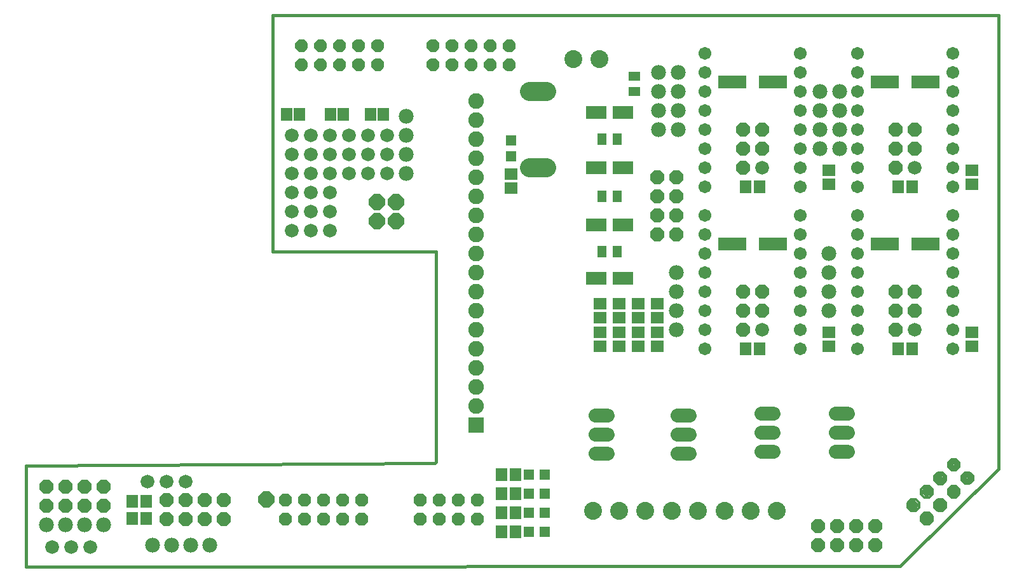
<source format=gts>
G75*
%MOIN*%
%OFA0B0*%
%FSLAX25Y25*%
%IPPOS*%
%LPD*%
%AMOC8*
5,1,8,0,0,1.08239X$1,22.5*
%
%ADD10C,0.01600*%
%ADD11C,0.01200*%
%ADD12OC8,0.06743*%
%ADD13R,0.08200X0.08200*%
%ADD14C,0.08200*%
%ADD15C,0.06743*%
%ADD16C,0.07800*%
%ADD17C,0.07200*%
%ADD18OC8,0.07200*%
%ADD19C,0.09400*%
%ADD20R,0.14580X0.07099*%
%ADD21R,0.05918X0.07099*%
%ADD22R,0.07099X0.05918*%
%ADD23C,0.07200*%
%ADD24R,0.05524X0.05524*%
%ADD25R,0.11036X0.07099*%
%ADD26R,0.05131X0.06312*%
%ADD27R,0.06312X0.05131*%
%ADD28OC8,0.07400*%
%ADD29R,0.05918X0.06706*%
%ADD30C,0.01349*%
%ADD31C,0.09855*%
%ADD32OC8,0.08400*%
%ADD33C,0.01480*%
D10*
X0002800Y0040700D02*
X0461300Y0041000D01*
X0464300Y0044000D01*
X0512800Y0092000D01*
X0512800Y0330000D01*
X0218800Y0330000D01*
X0218700Y0330000D02*
X0132300Y0330000D01*
X0132300Y0206000D01*
X0217900Y0206000D01*
X0217900Y0095600D01*
X0217200Y0094800D02*
X0002800Y0093500D01*
X0002800Y0040700D01*
D11*
X0217300Y0095000D02*
X0218300Y0096000D01*
D12*
X0219425Y0075625D03*
X0229425Y0075625D03*
X0239425Y0075625D03*
X0239425Y0065625D03*
X0229425Y0065625D03*
X0219425Y0065625D03*
X0209425Y0065625D03*
X0209425Y0075625D03*
X0178800Y0075625D03*
X0168800Y0075625D03*
X0158800Y0075625D03*
X0148800Y0075625D03*
X0138800Y0075625D03*
X0138800Y0065625D03*
X0148800Y0065625D03*
X0158800Y0065625D03*
X0168800Y0065625D03*
X0178800Y0065625D03*
D13*
X0238800Y0115000D03*
D14*
X0238800Y0125000D03*
X0238800Y0135000D03*
X0238800Y0145000D03*
X0238800Y0155000D03*
X0238800Y0165000D03*
X0238800Y0175000D03*
X0238800Y0185000D03*
X0238800Y0195000D03*
X0238800Y0205000D03*
X0238800Y0215000D03*
X0238800Y0225000D03*
X0238800Y0235000D03*
X0238800Y0245000D03*
X0238800Y0255000D03*
X0238800Y0265000D03*
X0238800Y0275000D03*
X0238800Y0285000D03*
D15*
X0358800Y0280000D03*
X0358800Y0270000D03*
X0358800Y0260000D03*
X0358800Y0250000D03*
X0358800Y0240000D03*
X0358800Y0225000D03*
X0358800Y0215000D03*
X0358800Y0205000D03*
X0358800Y0195000D03*
X0358800Y0185000D03*
X0358800Y0175000D03*
X0358800Y0165000D03*
X0358800Y0155000D03*
X0408800Y0155000D03*
X0408800Y0165000D03*
X0408800Y0175000D03*
X0408800Y0185000D03*
X0408800Y0195000D03*
X0408800Y0205000D03*
X0408800Y0215000D03*
X0408800Y0225000D03*
X0408800Y0240000D03*
X0408800Y0250000D03*
X0408800Y0260000D03*
X0408800Y0270000D03*
X0408800Y0280000D03*
X0408800Y0290000D03*
X0408800Y0300000D03*
X0408800Y0310000D03*
X0438800Y0310000D03*
X0438800Y0300000D03*
X0438800Y0290000D03*
X0438800Y0280000D03*
X0438800Y0270000D03*
X0438800Y0260000D03*
X0438800Y0250000D03*
X0438800Y0240000D03*
X0438800Y0225000D03*
X0438800Y0215000D03*
X0438800Y0205000D03*
X0438800Y0195000D03*
X0438800Y0185000D03*
X0438800Y0175000D03*
X0438800Y0165000D03*
X0438800Y0155000D03*
X0488800Y0155000D03*
X0488800Y0165000D03*
X0488800Y0175000D03*
X0488800Y0185000D03*
X0488800Y0195000D03*
X0488800Y0205000D03*
X0488800Y0215000D03*
X0488800Y0225000D03*
X0488800Y0240000D03*
X0488800Y0250000D03*
X0488800Y0260000D03*
X0488800Y0270000D03*
X0488800Y0280000D03*
X0488800Y0290000D03*
X0488800Y0300000D03*
X0488800Y0310000D03*
X0358800Y0310000D03*
X0358800Y0300000D03*
X0358800Y0290000D03*
D16*
X0344800Y0290000D03*
X0334700Y0290000D03*
X0334700Y0280000D03*
X0344800Y0280000D03*
X0344800Y0270000D03*
X0334700Y0270000D03*
X0334700Y0300000D03*
X0344800Y0300000D03*
X0419300Y0289800D03*
X0429400Y0289800D03*
X0429400Y0279800D03*
X0419300Y0279800D03*
X0419300Y0269800D03*
X0429400Y0269800D03*
X0429400Y0259800D03*
X0419300Y0259800D03*
X0423800Y0205000D03*
X0423800Y0195000D03*
X0423800Y0185000D03*
X0423800Y0175000D03*
X0343800Y0175000D03*
X0343800Y0165000D03*
X0343800Y0185000D03*
X0343800Y0195000D03*
X0202300Y0247100D03*
X0202300Y0257100D03*
X0202300Y0267100D03*
X0202300Y0277100D03*
X0043550Y0062650D03*
X0033550Y0062650D03*
X0023550Y0062650D03*
X0013550Y0062650D03*
X0069300Y0052000D03*
X0079300Y0052000D03*
X0089300Y0052000D03*
X0099300Y0052000D03*
D17*
X0086700Y0085400D03*
X0076700Y0085400D03*
X0066700Y0085400D03*
X0036700Y0050800D03*
X0026700Y0050800D03*
X0016700Y0050800D03*
X0142100Y0216800D03*
X0152100Y0216800D03*
X0162100Y0216800D03*
X0162100Y0226800D03*
X0152100Y0226800D03*
X0142100Y0226800D03*
X0142100Y0237000D03*
X0152100Y0237000D03*
X0162100Y0237000D03*
X0162100Y0247000D03*
X0152100Y0247000D03*
X0142100Y0247000D03*
X0142100Y0257000D03*
X0152100Y0257000D03*
X0162100Y0257000D03*
X0172100Y0257000D03*
X0182100Y0257000D03*
X0192300Y0257000D03*
X0192300Y0247000D03*
X0182100Y0247000D03*
X0172100Y0247000D03*
X0172100Y0267000D03*
X0182100Y0267000D03*
X0192300Y0267000D03*
X0162100Y0267000D03*
X0152100Y0267000D03*
X0142100Y0267000D03*
X0388800Y0250000D03*
X0468800Y0250000D03*
X0468800Y0165000D03*
X0388800Y0165000D03*
D18*
X0378800Y0165000D03*
X0378800Y0175000D03*
X0388800Y0175000D03*
X0388800Y0185000D03*
X0378800Y0185000D03*
X0458800Y0185000D03*
X0468800Y0185000D03*
X0468800Y0175000D03*
X0458800Y0175000D03*
X0458800Y0165000D03*
X0458800Y0250000D03*
X0458800Y0260000D03*
X0468800Y0260000D03*
X0468800Y0270000D03*
X0458800Y0270000D03*
X0388800Y0270000D03*
X0378800Y0270000D03*
X0378800Y0260000D03*
X0388800Y0260000D03*
X0378800Y0250000D03*
D19*
X0303493Y0307000D03*
X0289713Y0307000D03*
X0300107Y0070000D03*
X0313887Y0070000D03*
X0327707Y0070000D03*
X0341487Y0070000D03*
X0355307Y0070000D03*
X0369087Y0070000D03*
X0382907Y0070000D03*
X0396687Y0070000D03*
D20*
X0394430Y0210000D03*
X0373170Y0210000D03*
X0453170Y0210000D03*
X0474430Y0210000D03*
X0474430Y0295000D03*
X0453170Y0295000D03*
X0394430Y0295000D03*
X0373170Y0295000D03*
D21*
X0380060Y0240000D03*
X0387540Y0240000D03*
X0460060Y0240000D03*
X0467540Y0240000D03*
X0467540Y0155000D03*
X0460060Y0155000D03*
X0387540Y0155000D03*
X0380060Y0155000D03*
X0259540Y0089000D03*
X0252060Y0089000D03*
X0252060Y0079000D03*
X0259540Y0079000D03*
X0259540Y0069000D03*
X0252060Y0069000D03*
X0252060Y0059000D03*
X0259540Y0059000D03*
X0066040Y0066000D03*
X0058560Y0066000D03*
X0058560Y0075000D03*
X0066040Y0075000D03*
D22*
X0303800Y0156260D03*
X0313800Y0156260D03*
X0323800Y0156260D03*
X0333800Y0156260D03*
X0333800Y0163740D03*
X0333800Y0171260D03*
X0333800Y0178740D03*
X0323800Y0178740D03*
X0323800Y0171260D03*
X0323800Y0163740D03*
X0313800Y0163740D03*
X0313800Y0171260D03*
X0313800Y0178740D03*
X0303800Y0178740D03*
X0303800Y0171260D03*
X0303800Y0163740D03*
X0257300Y0239260D03*
X0257300Y0246740D03*
X0423800Y0248740D03*
X0423800Y0241260D03*
X0498800Y0241260D03*
X0498800Y0248740D03*
X0498800Y0163740D03*
X0498800Y0156260D03*
X0423800Y0156260D03*
X0423800Y0163740D03*
D23*
X0427600Y0121000D02*
X0434000Y0121000D01*
X0434000Y0111000D02*
X0427600Y0111000D01*
X0427600Y0101000D02*
X0434000Y0101000D01*
X0395000Y0101000D02*
X0388600Y0101000D01*
X0388600Y0111000D02*
X0395000Y0111000D01*
X0395000Y0121000D02*
X0388600Y0121000D01*
X0351000Y0120000D02*
X0344600Y0120000D01*
X0344600Y0110000D02*
X0351000Y0110000D01*
X0351000Y0100000D02*
X0344600Y0100000D01*
X0308000Y0100000D02*
X0301600Y0100000D01*
X0301600Y0110000D02*
X0308000Y0110000D01*
X0308000Y0120000D02*
X0301600Y0120000D01*
D24*
X0274934Y0089000D03*
X0266666Y0089000D03*
X0266666Y0079000D03*
X0274934Y0079000D03*
X0274934Y0069000D03*
X0266666Y0069000D03*
X0266666Y0059000D03*
X0274934Y0059000D03*
X0257300Y0255866D03*
X0257300Y0264134D03*
D25*
X0301713Y0250000D03*
X0315887Y0250000D03*
X0315887Y0279000D03*
X0301713Y0279000D03*
X0301713Y0220000D03*
X0315887Y0220000D03*
X0315887Y0192000D03*
X0301713Y0192000D03*
D26*
X0304863Y0206000D03*
X0312737Y0206000D03*
X0312737Y0235000D03*
X0304863Y0235000D03*
X0304863Y0265000D03*
X0312737Y0265000D03*
D27*
X0321800Y0290063D03*
X0321800Y0297937D03*
D28*
X0333800Y0245000D03*
X0343800Y0245000D03*
X0343800Y0235000D03*
X0333800Y0235000D03*
X0333800Y0225000D03*
X0343800Y0225000D03*
X0343800Y0215000D03*
X0333800Y0215000D03*
X0106400Y0075500D03*
X0096400Y0075500D03*
X0086400Y0075500D03*
X0076400Y0075500D03*
X0076400Y0065500D03*
X0086400Y0065500D03*
X0096400Y0065500D03*
X0106400Y0065500D03*
X0043600Y0072700D03*
X0033600Y0072700D03*
X0023600Y0072700D03*
X0013600Y0072700D03*
X0013600Y0082700D03*
X0023600Y0082700D03*
X0033600Y0082700D03*
X0043600Y0082700D03*
X0418300Y0062000D03*
X0428300Y0062000D03*
X0438300Y0062000D03*
X0448300Y0062000D03*
X0448300Y0052000D03*
X0438300Y0052000D03*
X0428300Y0052000D03*
X0418300Y0052000D03*
D29*
X0190246Y0278000D03*
X0183554Y0278000D03*
X0169246Y0278000D03*
X0162554Y0278000D03*
X0146246Y0278000D03*
X0139554Y0278000D03*
D30*
X0149332Y0303537D02*
X0150007Y0302862D01*
X0148430Y0301279D01*
X0146197Y0301276D01*
X0144614Y0302853D01*
X0144611Y0305086D01*
X0146188Y0306669D01*
X0148421Y0306672D01*
X0150004Y0305095D01*
X0150007Y0302862D01*
X0148996Y0303279D01*
X0148009Y0302290D01*
X0146614Y0302287D01*
X0145625Y0303274D01*
X0145622Y0304669D01*
X0146609Y0305658D01*
X0148004Y0305661D01*
X0148993Y0304674D01*
X0148996Y0303279D01*
X0147983Y0303697D01*
X0147589Y0303301D01*
X0147032Y0303300D01*
X0146636Y0303694D01*
X0146635Y0304251D01*
X0147029Y0304647D01*
X0147586Y0304648D01*
X0147982Y0304254D01*
X0147983Y0303697D01*
X0159332Y0303554D02*
X0160007Y0302879D01*
X0158430Y0301296D01*
X0156197Y0301293D01*
X0154614Y0302870D01*
X0154611Y0305103D01*
X0156188Y0306686D01*
X0158421Y0306689D01*
X0160004Y0305112D01*
X0160007Y0302879D01*
X0158996Y0303296D01*
X0158009Y0302307D01*
X0156614Y0302304D01*
X0155625Y0303291D01*
X0155622Y0304686D01*
X0156609Y0305675D01*
X0158004Y0305678D01*
X0158993Y0304691D01*
X0158996Y0303296D01*
X0157983Y0303714D01*
X0157589Y0303318D01*
X0157032Y0303317D01*
X0156636Y0303711D01*
X0156635Y0304268D01*
X0157029Y0304664D01*
X0157586Y0304665D01*
X0157982Y0304271D01*
X0157983Y0303714D01*
X0169332Y0303572D02*
X0170007Y0302897D01*
X0168430Y0301314D01*
X0166197Y0301311D01*
X0164614Y0302888D01*
X0164611Y0305121D01*
X0166188Y0306704D01*
X0168421Y0306707D01*
X0170004Y0305130D01*
X0170007Y0302897D01*
X0168996Y0303314D01*
X0168009Y0302325D01*
X0166614Y0302322D01*
X0165625Y0303309D01*
X0165622Y0304704D01*
X0166609Y0305693D01*
X0168004Y0305696D01*
X0168993Y0304709D01*
X0168996Y0303314D01*
X0167983Y0303732D01*
X0167589Y0303336D01*
X0167032Y0303335D01*
X0166636Y0303729D01*
X0166635Y0304286D01*
X0167029Y0304682D01*
X0167586Y0304683D01*
X0167982Y0304289D01*
X0167983Y0303732D01*
X0179332Y0303589D02*
X0180007Y0302914D01*
X0178430Y0301331D01*
X0176197Y0301328D01*
X0174614Y0302905D01*
X0174611Y0305138D01*
X0176188Y0306721D01*
X0178421Y0306724D01*
X0180004Y0305147D01*
X0180007Y0302914D01*
X0178996Y0303331D01*
X0178009Y0302342D01*
X0176614Y0302339D01*
X0175625Y0303326D01*
X0175622Y0304721D01*
X0176609Y0305710D01*
X0178004Y0305713D01*
X0178993Y0304726D01*
X0178996Y0303331D01*
X0177983Y0303749D01*
X0177589Y0303353D01*
X0177032Y0303352D01*
X0176636Y0303746D01*
X0176635Y0304303D01*
X0177029Y0304699D01*
X0177586Y0304700D01*
X0177982Y0304306D01*
X0177983Y0303749D01*
X0189332Y0303607D02*
X0190007Y0302932D01*
X0188430Y0301349D01*
X0186197Y0301346D01*
X0184614Y0302923D01*
X0184611Y0305156D01*
X0186188Y0306739D01*
X0188421Y0306742D01*
X0190004Y0305165D01*
X0190007Y0302932D01*
X0188996Y0303349D01*
X0188009Y0302360D01*
X0186614Y0302357D01*
X0185625Y0303344D01*
X0185622Y0304739D01*
X0186609Y0305728D01*
X0188004Y0305731D01*
X0188993Y0304744D01*
X0188996Y0303349D01*
X0187983Y0303767D01*
X0187589Y0303371D01*
X0187032Y0303370D01*
X0186636Y0303764D01*
X0186635Y0304321D01*
X0187029Y0304717D01*
X0187586Y0304718D01*
X0187982Y0304324D01*
X0187983Y0303767D01*
X0189314Y0313607D02*
X0189989Y0312932D01*
X0188412Y0311349D01*
X0186179Y0311346D01*
X0184596Y0312923D01*
X0184593Y0315156D01*
X0186170Y0316739D01*
X0188403Y0316742D01*
X0189986Y0315165D01*
X0189989Y0312932D01*
X0188978Y0313349D01*
X0187991Y0312360D01*
X0186596Y0312357D01*
X0185607Y0313344D01*
X0185604Y0314739D01*
X0186591Y0315728D01*
X0187986Y0315731D01*
X0188975Y0314744D01*
X0188978Y0313349D01*
X0187965Y0313767D01*
X0187571Y0313371D01*
X0187014Y0313370D01*
X0186618Y0313764D01*
X0186617Y0314321D01*
X0187011Y0314717D01*
X0187568Y0314718D01*
X0187964Y0314324D01*
X0187965Y0313767D01*
X0179314Y0313589D02*
X0179989Y0312914D01*
X0178412Y0311331D01*
X0176179Y0311328D01*
X0174596Y0312905D01*
X0174593Y0315138D01*
X0176170Y0316721D01*
X0178403Y0316724D01*
X0179986Y0315147D01*
X0179989Y0312914D01*
X0178978Y0313331D01*
X0177991Y0312342D01*
X0176596Y0312339D01*
X0175607Y0313326D01*
X0175604Y0314721D01*
X0176591Y0315710D01*
X0177986Y0315713D01*
X0178975Y0314726D01*
X0178978Y0313331D01*
X0177965Y0313749D01*
X0177571Y0313353D01*
X0177014Y0313352D01*
X0176618Y0313746D01*
X0176617Y0314303D01*
X0177011Y0314699D01*
X0177568Y0314700D01*
X0177964Y0314306D01*
X0177965Y0313749D01*
X0169314Y0313572D02*
X0169989Y0312897D01*
X0168412Y0311314D01*
X0166179Y0311311D01*
X0164596Y0312888D01*
X0164593Y0315121D01*
X0166170Y0316704D01*
X0168403Y0316707D01*
X0169986Y0315130D01*
X0169989Y0312897D01*
X0168978Y0313314D01*
X0167991Y0312325D01*
X0166596Y0312322D01*
X0165607Y0313309D01*
X0165604Y0314704D01*
X0166591Y0315693D01*
X0167986Y0315696D01*
X0168975Y0314709D01*
X0168978Y0313314D01*
X0167965Y0313732D01*
X0167571Y0313336D01*
X0167014Y0313335D01*
X0166618Y0313729D01*
X0166617Y0314286D01*
X0167011Y0314682D01*
X0167568Y0314683D01*
X0167964Y0314289D01*
X0167965Y0313732D01*
X0159314Y0313554D02*
X0159989Y0312879D01*
X0158412Y0311296D01*
X0156179Y0311293D01*
X0154596Y0312870D01*
X0154593Y0315103D01*
X0156170Y0316686D01*
X0158403Y0316689D01*
X0159986Y0315112D01*
X0159989Y0312879D01*
X0158978Y0313296D01*
X0157991Y0312307D01*
X0156596Y0312304D01*
X0155607Y0313291D01*
X0155604Y0314686D01*
X0156591Y0315675D01*
X0157986Y0315678D01*
X0158975Y0314691D01*
X0158978Y0313296D01*
X0157965Y0313714D01*
X0157571Y0313318D01*
X0157014Y0313317D01*
X0156618Y0313711D01*
X0156617Y0314268D01*
X0157011Y0314664D01*
X0157568Y0314665D01*
X0157964Y0314271D01*
X0157965Y0313714D01*
X0149314Y0313537D02*
X0149989Y0312862D01*
X0148412Y0311279D01*
X0146179Y0311276D01*
X0144596Y0312853D01*
X0144593Y0315086D01*
X0146170Y0316669D01*
X0148403Y0316672D01*
X0149986Y0315095D01*
X0149989Y0312862D01*
X0148978Y0313279D01*
X0147991Y0312290D01*
X0146596Y0312287D01*
X0145607Y0313274D01*
X0145604Y0314669D01*
X0146591Y0315658D01*
X0147986Y0315661D01*
X0148975Y0314674D01*
X0148978Y0313279D01*
X0147965Y0313697D01*
X0147571Y0313301D01*
X0147014Y0313300D01*
X0146618Y0313694D01*
X0146617Y0314251D01*
X0147011Y0314647D01*
X0147568Y0314648D01*
X0147964Y0314254D01*
X0147965Y0313697D01*
X0218342Y0313622D02*
X0219017Y0312947D01*
X0217428Y0311376D01*
X0215195Y0311387D01*
X0213624Y0312976D01*
X0213635Y0315209D01*
X0215224Y0316780D01*
X0217457Y0316769D01*
X0219028Y0315180D01*
X0219017Y0312947D01*
X0218008Y0313372D01*
X0217015Y0312389D01*
X0215620Y0312396D01*
X0214637Y0313389D01*
X0214644Y0314784D01*
X0215637Y0315767D01*
X0217032Y0315760D01*
X0218015Y0314767D01*
X0218008Y0313372D01*
X0216998Y0313796D01*
X0216601Y0313403D01*
X0216044Y0313406D01*
X0215651Y0313803D01*
X0215654Y0314360D01*
X0216051Y0314753D01*
X0216608Y0314750D01*
X0217001Y0314353D01*
X0216998Y0313796D01*
X0228342Y0313570D02*
X0229017Y0312895D01*
X0227428Y0311324D01*
X0225195Y0311335D01*
X0223624Y0312924D01*
X0223635Y0315157D01*
X0225224Y0316728D01*
X0227457Y0316717D01*
X0229028Y0315128D01*
X0229017Y0312895D01*
X0228008Y0313320D01*
X0227015Y0312337D01*
X0225620Y0312344D01*
X0224637Y0313337D01*
X0224644Y0314732D01*
X0225637Y0315715D01*
X0227032Y0315708D01*
X0228015Y0314715D01*
X0228008Y0313320D01*
X0226998Y0313744D01*
X0226601Y0313351D01*
X0226044Y0313354D01*
X0225651Y0313751D01*
X0225654Y0314308D01*
X0226051Y0314701D01*
X0226608Y0314698D01*
X0227001Y0314301D01*
X0226998Y0313744D01*
X0238342Y0313518D02*
X0239017Y0312843D01*
X0237428Y0311272D01*
X0235195Y0311283D01*
X0233624Y0312872D01*
X0233635Y0315105D01*
X0235224Y0316676D01*
X0237457Y0316665D01*
X0239028Y0315076D01*
X0239017Y0312843D01*
X0238008Y0313268D01*
X0237015Y0312285D01*
X0235620Y0312292D01*
X0234637Y0313285D01*
X0234644Y0314680D01*
X0235637Y0315663D01*
X0237032Y0315656D01*
X0238015Y0314663D01*
X0238008Y0313268D01*
X0236998Y0313692D01*
X0236601Y0313299D01*
X0236044Y0313302D01*
X0235651Y0313699D01*
X0235654Y0314256D01*
X0236051Y0314649D01*
X0236608Y0314646D01*
X0237001Y0314249D01*
X0236998Y0313692D01*
X0248342Y0313465D02*
X0249017Y0312790D01*
X0247428Y0311219D01*
X0245195Y0311230D01*
X0243624Y0312819D01*
X0243635Y0315052D01*
X0245224Y0316623D01*
X0247457Y0316612D01*
X0249028Y0315023D01*
X0249017Y0312790D01*
X0248008Y0313215D01*
X0247015Y0312232D01*
X0245620Y0312239D01*
X0244637Y0313232D01*
X0244644Y0314627D01*
X0245637Y0315610D01*
X0247032Y0315603D01*
X0248015Y0314610D01*
X0248008Y0313215D01*
X0246998Y0313639D01*
X0246601Y0313246D01*
X0246044Y0313249D01*
X0245651Y0313646D01*
X0245654Y0314203D01*
X0246051Y0314596D01*
X0246608Y0314593D01*
X0247001Y0314196D01*
X0246998Y0313639D01*
X0258342Y0313413D02*
X0259017Y0312738D01*
X0257428Y0311167D01*
X0255195Y0311178D01*
X0253624Y0312767D01*
X0253635Y0315000D01*
X0255224Y0316571D01*
X0257457Y0316560D01*
X0259028Y0314971D01*
X0259017Y0312738D01*
X0258008Y0313163D01*
X0257015Y0312180D01*
X0255620Y0312187D01*
X0254637Y0313180D01*
X0254644Y0314575D01*
X0255637Y0315558D01*
X0257032Y0315551D01*
X0258015Y0314558D01*
X0258008Y0313163D01*
X0256998Y0313587D01*
X0256601Y0313194D01*
X0256044Y0313197D01*
X0255651Y0313594D01*
X0255654Y0314151D01*
X0256051Y0314544D01*
X0256608Y0314541D01*
X0257001Y0314144D01*
X0256998Y0313587D01*
X0258289Y0303413D02*
X0258964Y0302738D01*
X0257375Y0301167D01*
X0255142Y0301178D01*
X0253571Y0302767D01*
X0253582Y0305000D01*
X0255171Y0306571D01*
X0257404Y0306560D01*
X0258975Y0304971D01*
X0258964Y0302738D01*
X0257955Y0303163D01*
X0256962Y0302180D01*
X0255567Y0302187D01*
X0254584Y0303180D01*
X0254591Y0304575D01*
X0255584Y0305558D01*
X0256979Y0305551D01*
X0257962Y0304558D01*
X0257955Y0303163D01*
X0256945Y0303587D01*
X0256548Y0303194D01*
X0255991Y0303197D01*
X0255598Y0303594D01*
X0255601Y0304151D01*
X0255998Y0304544D01*
X0256555Y0304541D01*
X0256948Y0304144D01*
X0256945Y0303587D01*
X0248290Y0303466D02*
X0248965Y0302791D01*
X0247376Y0301220D01*
X0245143Y0301231D01*
X0243572Y0302820D01*
X0243583Y0305053D01*
X0245172Y0306624D01*
X0247405Y0306613D01*
X0248976Y0305024D01*
X0248965Y0302791D01*
X0247956Y0303216D01*
X0246963Y0302233D01*
X0245568Y0302240D01*
X0244585Y0303233D01*
X0244592Y0304628D01*
X0245585Y0305611D01*
X0246980Y0305604D01*
X0247963Y0304611D01*
X0247956Y0303216D01*
X0246946Y0303640D01*
X0246549Y0303247D01*
X0245992Y0303250D01*
X0245599Y0303647D01*
X0245602Y0304204D01*
X0245999Y0304597D01*
X0246556Y0304594D01*
X0246949Y0304197D01*
X0246946Y0303640D01*
X0238290Y0303518D02*
X0238965Y0302843D01*
X0237376Y0301272D01*
X0235143Y0301283D01*
X0233572Y0302872D01*
X0233583Y0305105D01*
X0235172Y0306676D01*
X0237405Y0306665D01*
X0238976Y0305076D01*
X0238965Y0302843D01*
X0237956Y0303268D01*
X0236963Y0302285D01*
X0235568Y0302292D01*
X0234585Y0303285D01*
X0234592Y0304680D01*
X0235585Y0305663D01*
X0236980Y0305656D01*
X0237963Y0304663D01*
X0237956Y0303268D01*
X0236946Y0303692D01*
X0236549Y0303299D01*
X0235992Y0303302D01*
X0235599Y0303699D01*
X0235602Y0304256D01*
X0235999Y0304649D01*
X0236556Y0304646D01*
X0236949Y0304249D01*
X0236946Y0303692D01*
X0228290Y0303570D02*
X0228965Y0302895D01*
X0227376Y0301324D01*
X0225143Y0301335D01*
X0223572Y0302924D01*
X0223583Y0305157D01*
X0225172Y0306728D01*
X0227405Y0306717D01*
X0228976Y0305128D01*
X0228965Y0302895D01*
X0227956Y0303320D01*
X0226963Y0302337D01*
X0225568Y0302344D01*
X0224585Y0303337D01*
X0224592Y0304732D01*
X0225585Y0305715D01*
X0226980Y0305708D01*
X0227963Y0304715D01*
X0227956Y0303320D01*
X0226946Y0303744D01*
X0226549Y0303351D01*
X0225992Y0303354D01*
X0225599Y0303751D01*
X0225602Y0304308D01*
X0225999Y0304701D01*
X0226556Y0304698D01*
X0226949Y0304301D01*
X0226946Y0303744D01*
X0218290Y0303623D02*
X0218965Y0302948D01*
X0217376Y0301377D01*
X0215143Y0301388D01*
X0213572Y0302977D01*
X0213583Y0305210D01*
X0215172Y0306781D01*
X0217405Y0306770D01*
X0218976Y0305181D01*
X0218965Y0302948D01*
X0217956Y0303373D01*
X0216963Y0302390D01*
X0215568Y0302397D01*
X0214585Y0303390D01*
X0214592Y0304785D01*
X0215585Y0305768D01*
X0216980Y0305761D01*
X0217963Y0304768D01*
X0217956Y0303373D01*
X0216946Y0303797D01*
X0216549Y0303404D01*
X0215992Y0303407D01*
X0215599Y0303804D01*
X0215602Y0304361D01*
X0215999Y0304754D01*
X0216556Y0304751D01*
X0216949Y0304354D01*
X0216946Y0303797D01*
D31*
X0266772Y0290000D02*
X0275828Y0290000D01*
X0275828Y0250000D02*
X0266772Y0250000D01*
D32*
X0196900Y0232000D03*
X0186900Y0232000D03*
X0186900Y0222000D03*
X0196900Y0222000D03*
X0128900Y0075800D03*
D33*
X0465953Y0072413D02*
X0465213Y0071673D01*
X0465208Y0074124D01*
X0466939Y0075861D01*
X0469390Y0075866D01*
X0471127Y0074135D01*
X0471132Y0071684D01*
X0469401Y0069947D01*
X0466950Y0069942D01*
X0465213Y0071673D01*
X0466322Y0072135D01*
X0466319Y0073667D01*
X0467401Y0074752D01*
X0468933Y0074755D01*
X0470018Y0073673D01*
X0470021Y0072141D01*
X0468939Y0071056D01*
X0467407Y0071053D01*
X0466322Y0072135D01*
X0467431Y0072596D01*
X0467430Y0073209D01*
X0467862Y0073643D01*
X0468475Y0073644D01*
X0468909Y0073212D01*
X0468910Y0072599D01*
X0468478Y0072165D01*
X0467865Y0072164D01*
X0467431Y0072596D01*
X0473037Y0065355D02*
X0472297Y0064615D01*
X0472292Y0067066D01*
X0474023Y0068803D01*
X0476474Y0068808D01*
X0478211Y0067077D01*
X0478216Y0064626D01*
X0476485Y0062889D01*
X0474034Y0062884D01*
X0472297Y0064615D01*
X0473406Y0065077D01*
X0473403Y0066609D01*
X0474485Y0067694D01*
X0476017Y0067697D01*
X0477102Y0066615D01*
X0477105Y0065083D01*
X0476023Y0063998D01*
X0474491Y0063995D01*
X0473406Y0065077D01*
X0474515Y0065538D01*
X0474514Y0066151D01*
X0474946Y0066585D01*
X0475559Y0066586D01*
X0475993Y0066154D01*
X0475994Y0065541D01*
X0475562Y0065107D01*
X0474949Y0065106D01*
X0474515Y0065538D01*
X0480095Y0072438D02*
X0479355Y0071698D01*
X0479350Y0074149D01*
X0481081Y0075886D01*
X0483532Y0075891D01*
X0485269Y0074160D01*
X0485274Y0071709D01*
X0483543Y0069972D01*
X0481092Y0069967D01*
X0479355Y0071698D01*
X0480464Y0072160D01*
X0480461Y0073692D01*
X0481543Y0074777D01*
X0483075Y0074780D01*
X0484160Y0073698D01*
X0484163Y0072166D01*
X0483081Y0071081D01*
X0481549Y0071078D01*
X0480464Y0072160D01*
X0481573Y0072621D01*
X0481572Y0073234D01*
X0482004Y0073668D01*
X0482617Y0073669D01*
X0483051Y0073237D01*
X0483052Y0072624D01*
X0482620Y0072190D01*
X0482007Y0072189D01*
X0481573Y0072621D01*
X0473012Y0079497D02*
X0472272Y0078757D01*
X0472267Y0081208D01*
X0473998Y0082945D01*
X0476449Y0082950D01*
X0478186Y0081219D01*
X0478191Y0078768D01*
X0476460Y0077031D01*
X0474009Y0077026D01*
X0472272Y0078757D01*
X0473381Y0079219D01*
X0473378Y0080751D01*
X0474460Y0081836D01*
X0475992Y0081839D01*
X0477077Y0080757D01*
X0477080Y0079225D01*
X0475998Y0078140D01*
X0474466Y0078137D01*
X0473381Y0079219D01*
X0474490Y0079680D01*
X0474489Y0080293D01*
X0474921Y0080727D01*
X0475534Y0080728D01*
X0475968Y0080296D01*
X0475969Y0079683D01*
X0475537Y0079249D01*
X0474924Y0079248D01*
X0474490Y0079680D01*
X0480071Y0086580D02*
X0479331Y0085840D01*
X0479326Y0088291D01*
X0481057Y0090028D01*
X0483508Y0090033D01*
X0485245Y0088302D01*
X0485250Y0085851D01*
X0483519Y0084114D01*
X0481068Y0084109D01*
X0479331Y0085840D01*
X0480440Y0086302D01*
X0480437Y0087834D01*
X0481519Y0088919D01*
X0483051Y0088922D01*
X0484136Y0087840D01*
X0484139Y0086308D01*
X0483057Y0085223D01*
X0481525Y0085220D01*
X0480440Y0086302D01*
X0481549Y0086763D01*
X0481548Y0087376D01*
X0481980Y0087810D01*
X0482593Y0087811D01*
X0483027Y0087379D01*
X0483028Y0086766D01*
X0482596Y0086332D01*
X0481983Y0086331D01*
X0481549Y0086763D01*
X0487154Y0079521D02*
X0486414Y0078781D01*
X0486409Y0081232D01*
X0488140Y0082969D01*
X0490591Y0082974D01*
X0492328Y0081243D01*
X0492333Y0078792D01*
X0490602Y0077055D01*
X0488151Y0077050D01*
X0486414Y0078781D01*
X0487523Y0079243D01*
X0487520Y0080775D01*
X0488602Y0081860D01*
X0490134Y0081863D01*
X0491219Y0080781D01*
X0491222Y0079249D01*
X0490140Y0078164D01*
X0488608Y0078161D01*
X0487523Y0079243D01*
X0488632Y0079704D01*
X0488631Y0080317D01*
X0489063Y0080751D01*
X0489676Y0080752D01*
X0490110Y0080320D01*
X0490111Y0079707D01*
X0489679Y0079273D01*
X0489066Y0079272D01*
X0488632Y0079704D01*
X0494213Y0086605D02*
X0493473Y0085865D01*
X0493468Y0088316D01*
X0495199Y0090053D01*
X0497650Y0090058D01*
X0499387Y0088327D01*
X0499392Y0085876D01*
X0497661Y0084139D01*
X0495210Y0084134D01*
X0493473Y0085865D01*
X0494582Y0086327D01*
X0494579Y0087859D01*
X0495661Y0088944D01*
X0497193Y0088947D01*
X0498278Y0087865D01*
X0498281Y0086333D01*
X0497199Y0085248D01*
X0495667Y0085245D01*
X0494582Y0086327D01*
X0495691Y0086788D01*
X0495690Y0087401D01*
X0496122Y0087835D01*
X0496735Y0087836D01*
X0497169Y0087404D01*
X0497170Y0086791D01*
X0496738Y0086357D01*
X0496125Y0086356D01*
X0495691Y0086788D01*
X0487129Y0093663D02*
X0486389Y0092923D01*
X0486384Y0095374D01*
X0488115Y0097111D01*
X0490566Y0097116D01*
X0492303Y0095385D01*
X0492308Y0092934D01*
X0490577Y0091197D01*
X0488126Y0091192D01*
X0486389Y0092923D01*
X0487498Y0093385D01*
X0487495Y0094917D01*
X0488577Y0096002D01*
X0490109Y0096005D01*
X0491194Y0094923D01*
X0491197Y0093391D01*
X0490115Y0092306D01*
X0488583Y0092303D01*
X0487498Y0093385D01*
X0488607Y0093846D01*
X0488606Y0094459D01*
X0489038Y0094893D01*
X0489651Y0094894D01*
X0490085Y0094462D01*
X0490086Y0093849D01*
X0489654Y0093415D01*
X0489041Y0093414D01*
X0488607Y0093846D01*
M02*

</source>
